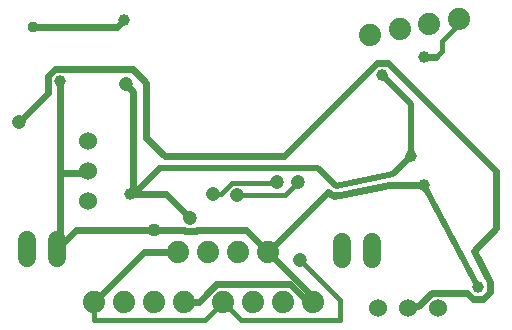
<source format=gbl>
G75*
%MOIN*%
%OFA0B0*%
%FSLAX25Y25*%
%IPPOS*%
%LPD*%
%AMOC8*
5,1,8,0,0,1.08239X$1,22.5*
%
%ADD10C,0.05937*%
%ADD11C,0.06000*%
%ADD12C,0.07400*%
%ADD13C,0.03962*%
%ADD14C,0.02400*%
%ADD15C,0.02000*%
%ADD16C,0.01600*%
%ADD17C,0.04356*%
%ADD18C,0.04750*%
%ADD19C,0.03765*%
D10*
X0053095Y0031398D02*
X0053095Y0037335D01*
X0063095Y0037335D02*
X0063095Y0031398D01*
X0158095Y0030898D02*
X0158095Y0036835D01*
X0168095Y0036835D02*
X0168095Y0030898D01*
D11*
X0170095Y0014867D03*
X0180095Y0014867D03*
X0190095Y0014867D03*
X0073595Y0050367D03*
X0073595Y0060367D03*
X0073595Y0070367D03*
D12*
X0103595Y0033367D03*
X0113595Y0033367D03*
X0123595Y0033367D03*
X0133595Y0033367D03*
X0128595Y0016867D03*
X0138595Y0016867D03*
X0148595Y0016867D03*
X0118595Y0016867D03*
X0105595Y0016867D03*
X0095595Y0016867D03*
X0085595Y0016867D03*
X0075595Y0016867D03*
X0167595Y0105867D03*
X0177443Y0107603D03*
X0187291Y0109340D03*
X0197139Y0111076D03*
D13*
X0185595Y0098367D03*
X0171595Y0092367D03*
X0181095Y0065367D03*
X0185595Y0055867D03*
X0203595Y0021867D03*
X0087595Y0052867D03*
X0064095Y0090367D03*
X0085595Y0110867D03*
D14*
X0083095Y0108367D01*
X0055095Y0108367D01*
X0062446Y0094348D02*
X0088436Y0094348D01*
X0092970Y0089813D01*
X0092970Y0071492D01*
X0099095Y0065367D01*
X0138965Y0065367D01*
X0169946Y0096348D01*
X0173614Y0096348D01*
X0209595Y0060367D01*
X0209595Y0041367D01*
X0202083Y0033855D01*
X0207576Y0023516D01*
X0207576Y0020218D01*
X0205244Y0017886D01*
X0201946Y0017886D01*
X0199965Y0019867D01*
X0188024Y0019867D01*
X0185095Y0016938D01*
X0185095Y0016867D01*
X0183595Y0015367D01*
X0180595Y0015367D01*
X0180095Y0014867D01*
X0148595Y0016867D02*
X0146656Y0016867D01*
X0140956Y0022567D01*
X0116234Y0022567D01*
X0112895Y0019228D01*
X0110534Y0016867D01*
X0105595Y0016867D01*
X0103595Y0033367D02*
X0092095Y0033367D01*
X0075595Y0016867D01*
X0063095Y0034367D02*
X0069595Y0040867D01*
X0095595Y0040867D01*
X0105408Y0040867D01*
X0105783Y0040492D01*
X0109407Y0040492D01*
X0109782Y0040867D01*
X0126095Y0040867D01*
X0133595Y0033367D01*
X0153484Y0053256D01*
X0154852Y0052367D01*
X0155206Y0052367D01*
X0155502Y0052174D01*
X0156410Y0052367D01*
X0157338Y0052367D01*
X0173844Y0055867D01*
X0185595Y0055867D01*
X0148595Y0018367D02*
X0148595Y0016867D01*
X0148595Y0018367D02*
X0133595Y0033367D01*
X0107595Y0044867D02*
X0099595Y0052867D01*
X0087595Y0052867D01*
X0088595Y0054867D02*
X0088595Y0056867D01*
X0088595Y0086867D01*
X0086095Y0089367D01*
X0064095Y0090367D02*
X0064095Y0059867D01*
X0073095Y0059867D01*
X0073595Y0060367D01*
X0064095Y0059867D02*
X0064095Y0035367D01*
X0063095Y0034367D01*
X0090095Y0054367D02*
X0097095Y0061367D01*
X0062446Y0094348D02*
X0060114Y0092016D01*
X0060114Y0086386D01*
X0050595Y0076867D01*
X0185595Y0098367D02*
X0189534Y0098367D01*
D15*
X0181095Y0082867D02*
X0181095Y0065367D01*
X0175132Y0059403D01*
X0156095Y0055367D01*
X0150095Y0061367D01*
X0097095Y0061367D01*
X0090095Y0054367D02*
X0088595Y0052867D01*
X0087595Y0052867D01*
X0053383Y0034367D02*
X0053095Y0034367D01*
X0171595Y0092367D02*
X0181095Y0082867D01*
X0185595Y0055867D02*
X0185595Y0054867D01*
X0186595Y0053867D01*
X0203595Y0021867D01*
D16*
X0157595Y0017367D02*
X0157595Y0010817D01*
X0124645Y0010817D01*
X0118595Y0016867D01*
X0112545Y0010817D01*
X0075595Y0010817D01*
X0075595Y0016867D01*
X0087595Y0052867D02*
X0088595Y0053867D01*
X0088595Y0056867D01*
X0115095Y0052867D02*
X0117974Y0052867D01*
X0121449Y0056341D01*
X0136070Y0056341D01*
X0136595Y0056867D01*
X0139095Y0052367D02*
X0143595Y0056867D01*
X0139095Y0052367D02*
X0123095Y0052367D01*
X0144095Y0030867D02*
X0157595Y0017367D01*
X0189534Y0098367D02*
X0191495Y0100328D01*
X0191495Y0103722D01*
X0197139Y0109366D01*
X0197139Y0111076D01*
D17*
X0095595Y0040867D03*
D18*
X0107595Y0044867D03*
X0115095Y0052867D03*
X0123095Y0052367D03*
X0136595Y0056867D03*
X0143595Y0056867D03*
X0144095Y0030867D03*
X0086095Y0089367D03*
X0050595Y0076867D03*
D19*
X0055095Y0108367D03*
M02*

</source>
